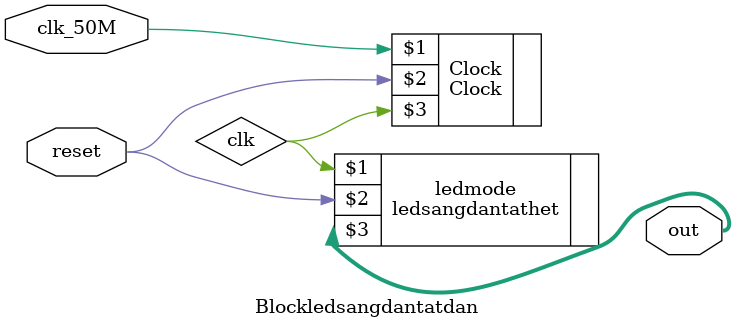
<source format=v>
`timescale 1ns / 1ps
module Blockledsangdantatdan(clk_50M, reset,out);
input clk_50M, reset;
output wire [7:0] out;
wire clk;
Clock Clock(clk_50M, reset, clk);
ledsangdantathet ledmode (clk,reset, out);

endmodule

</source>
